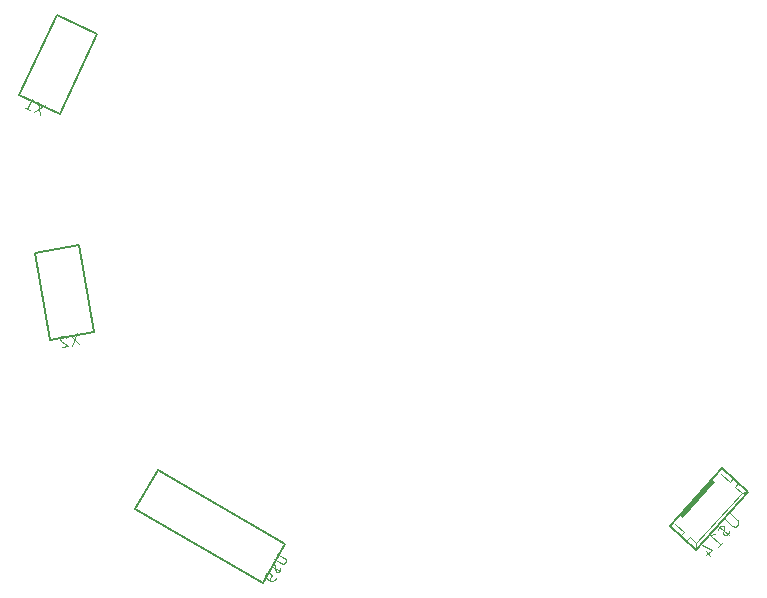
<source format=gbr>
G04 EAGLE Gerber RS-274X export*
G75*
%MOMM*%
%FSLAX34Y34*%
%LPD*%
%INSilkscreen Bottom*%
%IPPOS*%
%AMOC8*
5,1,8,0,0,1.08239X$1,22.5*%
G01*
%ADD10C,0.152400*%
%ADD11C,0.076200*%
%ADD12C,0.203200*%
%ADD13C,0.050800*%
%ADD14R,4.000000X0.375000*%
%ADD15C,0.101600*%


D10*
X221347Y670748D02*
X189651Y602775D01*
X224091Y586716D01*
X255787Y654689D01*
X221347Y670748D01*
D11*
X205946Y597073D02*
X207653Y585908D01*
X201975Y588556D02*
X211625Y594426D01*
X201982Y596618D02*
X200498Y599614D01*
X196527Y591096D01*
X198892Y589993D02*
X194161Y592200D01*
D10*
X287873Y252394D02*
X396127Y189894D01*
X415127Y222803D01*
X306873Y285303D01*
X287873Y252394D01*
D11*
X408287Y214393D02*
X414165Y211000D01*
X414251Y210948D01*
X414336Y210892D01*
X414418Y210833D01*
X414498Y210771D01*
X414576Y210706D01*
X414651Y210638D01*
X414723Y210567D01*
X414793Y210494D01*
X414859Y210417D01*
X414923Y210339D01*
X414983Y210257D01*
X415040Y210174D01*
X415094Y210088D01*
X415145Y210000D01*
X415192Y209911D01*
X415236Y209819D01*
X415276Y209726D01*
X415313Y209632D01*
X415345Y209536D01*
X415374Y209439D01*
X415400Y209341D01*
X415421Y209242D01*
X415439Y209142D01*
X415452Y209042D01*
X415462Y208941D01*
X415468Y208840D01*
X415470Y208739D01*
X415468Y208638D01*
X415462Y208537D01*
X415452Y208436D01*
X415439Y208336D01*
X415421Y208236D01*
X415400Y208137D01*
X415374Y208039D01*
X415345Y207942D01*
X415313Y207846D01*
X415276Y207752D01*
X415236Y207659D01*
X415192Y207567D01*
X415145Y207478D01*
X415094Y207390D01*
X415040Y207304D01*
X414983Y207221D01*
X414923Y207140D01*
X414859Y207061D01*
X414793Y206984D01*
X414723Y206911D01*
X414651Y206840D01*
X414576Y206772D01*
X414498Y206707D01*
X414418Y206645D01*
X414336Y206586D01*
X414251Y206530D01*
X414165Y206478D01*
X414076Y206429D01*
X413985Y206383D01*
X413893Y206342D01*
X413799Y206303D01*
X413704Y206269D01*
X413608Y206238D01*
X413510Y206211D01*
X413412Y206187D01*
X413312Y206168D01*
X413212Y206152D01*
X413112Y206140D01*
X413011Y206132D01*
X412910Y206128D01*
X412808Y206128D01*
X412707Y206132D01*
X412606Y206140D01*
X412506Y206152D01*
X412406Y206168D01*
X412306Y206187D01*
X412208Y206211D01*
X412110Y206238D01*
X412014Y206269D01*
X411919Y206303D01*
X411825Y206342D01*
X411733Y206383D01*
X411642Y206429D01*
X411554Y206478D01*
X405676Y209872D01*
X402562Y204478D02*
X410701Y199779D01*
X406631Y202128D02*
X406606Y203650D01*
X406603Y203727D01*
X406596Y203804D01*
X406585Y203880D01*
X406570Y203956D01*
X406552Y204031D01*
X406530Y204105D01*
X406505Y204177D01*
X406475Y204249D01*
X406443Y204318D01*
X406407Y204387D01*
X406368Y204453D01*
X406325Y204517D01*
X406279Y204579D01*
X406231Y204639D01*
X406179Y204696D01*
X406125Y204751D01*
X406068Y204803D01*
X406008Y204852D01*
X405947Y204898D01*
X405883Y204941D01*
X405817Y204980D01*
X405749Y205017D01*
X405679Y205050D01*
X405608Y205079D01*
X405535Y205105D01*
X405462Y205128D01*
X405387Y205146D01*
X405311Y205161D01*
X405235Y205173D01*
X405158Y205180D01*
X405081Y205184D01*
X405004Y205183D01*
X404927Y205179D01*
X404851Y205172D01*
X404775Y205160D01*
X404699Y205145D01*
X404624Y205126D01*
X404551Y205103D01*
X404478Y205077D01*
X404407Y205047D01*
X404338Y205014D01*
X404270Y204977D01*
X404204Y204937D01*
X404140Y204894D01*
X404079Y204848D01*
X404019Y204799D01*
X403963Y204746D01*
X403909Y204692D01*
X403857Y204634D01*
X403778Y204538D01*
X403702Y204440D01*
X403629Y204339D01*
X403559Y204236D01*
X403492Y204132D01*
X403428Y204025D01*
X403368Y203917D01*
X403310Y203806D01*
X403256Y203694D01*
X403206Y203581D01*
X403159Y203466D01*
X403115Y203349D01*
X403075Y203232D01*
X403038Y203113D01*
X403005Y202993D01*
X402976Y202872D01*
X402950Y202751D01*
X402928Y202628D01*
X402910Y202505D01*
X402895Y202382D01*
X402884Y202258D01*
X402877Y202134D01*
X402873Y202010D01*
X402874Y201886D01*
X406631Y202128D02*
X406657Y200606D01*
X406656Y200606D02*
X406659Y200529D01*
X406666Y200452D01*
X406677Y200376D01*
X406692Y200300D01*
X406710Y200225D01*
X406732Y200151D01*
X406757Y200079D01*
X406787Y200007D01*
X406819Y199937D01*
X406855Y199869D01*
X406894Y199803D01*
X406937Y199739D01*
X406983Y199677D01*
X407031Y199617D01*
X407083Y199560D01*
X407137Y199505D01*
X407194Y199453D01*
X407254Y199404D01*
X407315Y199358D01*
X407379Y199315D01*
X407445Y199276D01*
X407513Y199239D01*
X407583Y199206D01*
X407654Y199177D01*
X407727Y199151D01*
X407800Y199128D01*
X407875Y199110D01*
X407951Y199095D01*
X408027Y199083D01*
X408104Y199076D01*
X408181Y199072D01*
X408258Y199073D01*
X408335Y199077D01*
X408411Y199084D01*
X408487Y199096D01*
X408563Y199111D01*
X408638Y199130D01*
X408711Y199153D01*
X408784Y199179D01*
X408855Y199209D01*
X408924Y199242D01*
X408992Y199279D01*
X409058Y199319D01*
X409122Y199362D01*
X409183Y199408D01*
X409243Y199457D01*
X409299Y199510D01*
X409353Y199564D01*
X409405Y199622D01*
X409405Y199623D02*
X409484Y199719D01*
X409560Y199817D01*
X409633Y199917D01*
X409703Y200020D01*
X409770Y200125D01*
X409834Y200231D01*
X409895Y200340D01*
X409952Y200450D01*
X410006Y200562D01*
X410056Y200676D01*
X410103Y200791D01*
X410147Y200907D01*
X410187Y201025D01*
X410224Y201143D01*
X410257Y201263D01*
X410286Y201384D01*
X410312Y201506D01*
X410334Y201628D01*
X410352Y201751D01*
X410367Y201874D01*
X410378Y201998D01*
X410385Y202122D01*
X410389Y202246D01*
X410388Y202371D01*
X403077Y194928D02*
X401511Y192215D01*
X403077Y194928D02*
X403120Y195006D01*
X403159Y195085D01*
X403195Y195166D01*
X403228Y195249D01*
X403257Y195332D01*
X403282Y195417D01*
X403304Y195503D01*
X403322Y195590D01*
X403336Y195678D01*
X403347Y195766D01*
X403354Y195854D01*
X403357Y195942D01*
X403356Y196031D01*
X403352Y196120D01*
X403344Y196208D01*
X403332Y196296D01*
X403316Y196383D01*
X403297Y196469D01*
X403274Y196555D01*
X403247Y196640D01*
X403217Y196723D01*
X403184Y196805D01*
X403147Y196886D01*
X403106Y196964D01*
X403062Y197042D01*
X403015Y197117D01*
X402965Y197190D01*
X402912Y197261D01*
X402856Y197329D01*
X402797Y197395D01*
X402735Y197459D01*
X402671Y197520D01*
X402604Y197578D01*
X402534Y197633D01*
X402463Y197685D01*
X402389Y197734D01*
X402313Y197780D01*
X402313Y197781D02*
X401861Y198042D01*
X401772Y198091D01*
X401681Y198137D01*
X401589Y198178D01*
X401495Y198217D01*
X401400Y198251D01*
X401304Y198282D01*
X401206Y198309D01*
X401108Y198333D01*
X401008Y198352D01*
X400908Y198368D01*
X400808Y198380D01*
X400707Y198388D01*
X400606Y198392D01*
X400504Y198392D01*
X400403Y198388D01*
X400302Y198380D01*
X400202Y198368D01*
X400102Y198352D01*
X400002Y198333D01*
X399904Y198309D01*
X399806Y198282D01*
X399710Y198251D01*
X399615Y198217D01*
X399521Y198178D01*
X399429Y198137D01*
X399338Y198091D01*
X399250Y198042D01*
X399163Y197990D01*
X399078Y197934D01*
X398996Y197875D01*
X398916Y197813D01*
X398838Y197748D01*
X398763Y197680D01*
X398691Y197609D01*
X398621Y197536D01*
X398555Y197459D01*
X398491Y197381D01*
X398431Y197299D01*
X398374Y197216D01*
X398320Y197130D01*
X398269Y197042D01*
X398222Y196953D01*
X398178Y196861D01*
X398138Y196768D01*
X398101Y196674D01*
X398069Y196578D01*
X398040Y196481D01*
X398014Y196383D01*
X397993Y196284D01*
X397975Y196184D01*
X397962Y196084D01*
X397952Y195983D01*
X397946Y195882D01*
X397944Y195781D01*
X397946Y195680D01*
X397952Y195579D01*
X397962Y195478D01*
X397975Y195378D01*
X397993Y195278D01*
X398014Y195179D01*
X398040Y195081D01*
X398069Y194984D01*
X398101Y194888D01*
X398138Y194793D01*
X398178Y194701D01*
X398222Y194609D01*
X398269Y194520D01*
X398320Y194432D01*
X398374Y194346D01*
X398431Y194263D01*
X398491Y194181D01*
X398555Y194103D01*
X398621Y194026D01*
X398691Y193953D01*
X398763Y193882D01*
X398838Y193814D01*
X398916Y193749D01*
X398996Y193687D01*
X399078Y193628D01*
X399163Y193572D01*
X399250Y193520D01*
X401511Y192215D01*
X401510Y192215D02*
X401621Y192153D01*
X401733Y192095D01*
X401846Y192040D01*
X401962Y191989D01*
X402079Y191942D01*
X402197Y191897D01*
X402316Y191857D01*
X402437Y191820D01*
X402559Y191787D01*
X402681Y191757D01*
X402805Y191731D01*
X402929Y191709D01*
X403054Y191691D01*
X403179Y191676D01*
X403305Y191665D01*
X403431Y191658D01*
X403557Y191655D01*
X403683Y191656D01*
X403809Y191660D01*
X403935Y191669D01*
X404061Y191681D01*
X404186Y191696D01*
X404311Y191716D01*
X404435Y191739D01*
X404558Y191767D01*
X404680Y191797D01*
X404801Y191832D01*
X404922Y191870D01*
X405041Y191912D01*
X405159Y191957D01*
X405275Y192006D01*
X405390Y192058D01*
X405503Y192114D01*
X405614Y192173D01*
X405724Y192236D01*
X405831Y192302D01*
X405937Y192371D01*
X406041Y192443D01*
X406142Y192518D01*
X406241Y192596D01*
X406337Y192678D01*
X406431Y192762D01*
X406523Y192849D01*
X406611Y192939D01*
X406697Y193031D01*
X406781Y193126D01*
X406861Y193223D01*
X406938Y193323D01*
X407013Y193425D01*
X407084Y193529D01*
X407152Y193635D01*
X407216Y193744D01*
D12*
X740689Y238199D02*
X784517Y286875D01*
X806811Y266801D01*
X762983Y218125D01*
X740689Y238199D01*
D13*
X750145Y230021D02*
X752655Y232807D01*
X745223Y239499D01*
X791130Y275538D02*
X793639Y278325D01*
X791130Y275538D02*
X783698Y282230D01*
X757299Y228625D02*
X754790Y225839D01*
X795774Y271356D02*
X798284Y274143D01*
X757299Y228625D02*
X762873Y223607D01*
X801348Y266338D01*
X795774Y271356D01*
X801348Y266338D02*
X804879Y266523D01*
X762873Y223607D02*
X763058Y220076D01*
D14*
G36*
X778772Y274890D02*
X752007Y245165D01*
X749220Y247674D01*
X775985Y277399D01*
X778772Y274890D01*
G37*
D15*
X791294Y248808D02*
X797565Y243162D01*
X797566Y243162D02*
X797649Y243085D01*
X797729Y243005D01*
X797806Y242922D01*
X797881Y242836D01*
X797952Y242748D01*
X798020Y242658D01*
X798085Y242565D01*
X798147Y242470D01*
X798205Y242373D01*
X798260Y242274D01*
X798311Y242173D01*
X798359Y242070D01*
X798404Y241966D01*
X798444Y241860D01*
X798481Y241753D01*
X798514Y241645D01*
X798544Y241535D01*
X798569Y241425D01*
X798591Y241314D01*
X798608Y241202D01*
X798622Y241089D01*
X798632Y240976D01*
X798638Y240863D01*
X798640Y240750D01*
X798638Y240637D01*
X798632Y240524D01*
X798622Y240411D01*
X798608Y240298D01*
X798591Y240186D01*
X798569Y240075D01*
X798544Y239965D01*
X798514Y239855D01*
X798481Y239747D01*
X798444Y239640D01*
X798404Y239534D01*
X798359Y239430D01*
X798311Y239327D01*
X798260Y239226D01*
X798205Y239127D01*
X798147Y239030D01*
X798085Y238935D01*
X798020Y238842D01*
X797952Y238752D01*
X797881Y238664D01*
X797806Y238578D01*
X797729Y238495D01*
X797649Y238415D01*
X797566Y238338D01*
X797480Y238263D01*
X797392Y238192D01*
X797302Y238124D01*
X797209Y238059D01*
X797114Y237997D01*
X797017Y237939D01*
X796918Y237884D01*
X796817Y237833D01*
X796714Y237785D01*
X796610Y237740D01*
X796504Y237700D01*
X796397Y237663D01*
X796289Y237630D01*
X796179Y237600D01*
X796069Y237575D01*
X795958Y237553D01*
X795846Y237536D01*
X795733Y237522D01*
X795620Y237512D01*
X795507Y237506D01*
X795394Y237504D01*
X795281Y237506D01*
X795168Y237512D01*
X795055Y237522D01*
X794942Y237536D01*
X794830Y237553D01*
X794719Y237575D01*
X794609Y237600D01*
X794499Y237630D01*
X794391Y237663D01*
X794284Y237700D01*
X794178Y237740D01*
X794074Y237785D01*
X793971Y237833D01*
X793870Y237884D01*
X793771Y237939D01*
X793674Y237997D01*
X793579Y238059D01*
X793486Y238124D01*
X793396Y238192D01*
X793308Y238263D01*
X793222Y238338D01*
X786951Y243985D01*
X781729Y238186D02*
X790412Y230367D01*
X786071Y234277D02*
X786433Y236134D01*
X786448Y236219D01*
X786459Y236306D01*
X786466Y236392D01*
X786469Y236479D01*
X786468Y236566D01*
X786463Y236653D01*
X786455Y236739D01*
X786442Y236825D01*
X786426Y236911D01*
X786406Y236995D01*
X786382Y237079D01*
X786355Y237161D01*
X786323Y237242D01*
X786288Y237322D01*
X786250Y237400D01*
X786208Y237476D01*
X786163Y237550D01*
X786115Y237622D01*
X786063Y237692D01*
X786008Y237760D01*
X785951Y237825D01*
X785890Y237887D01*
X785827Y237947D01*
X785761Y238003D01*
X785692Y238057D01*
X785622Y238108D01*
X785549Y238155D01*
X785474Y238199D01*
X785397Y238239D01*
X785318Y238276D01*
X785238Y238310D01*
X785157Y238340D01*
X785074Y238366D01*
X784990Y238389D01*
X784905Y238407D01*
X784819Y238422D01*
X784733Y238433D01*
X784647Y238440D01*
X784560Y238444D01*
X784473Y238443D01*
X784386Y238439D01*
X784299Y238430D01*
X784213Y238418D01*
X784128Y238402D01*
X784043Y238382D01*
X783960Y238358D01*
X783877Y238331D01*
X783796Y238300D01*
X783717Y238265D01*
X783638Y238227D01*
X783562Y238185D01*
X783488Y238140D01*
X783416Y238092D01*
X783346Y238040D01*
X783346Y238041D02*
X783234Y237953D01*
X783125Y237861D01*
X783018Y237766D01*
X782914Y237668D01*
X782813Y237568D01*
X782715Y237465D01*
X782619Y237359D01*
X782527Y237250D01*
X782437Y237139D01*
X782351Y237025D01*
X782268Y236910D01*
X782188Y236791D01*
X782111Y236671D01*
X782038Y236549D01*
X781968Y236424D01*
X781902Y236298D01*
X781839Y236170D01*
X781780Y236040D01*
X781724Y235909D01*
X781672Y235776D01*
X781624Y235642D01*
X781579Y235506D01*
X781538Y235370D01*
X781501Y235232D01*
X781468Y235093D01*
X781439Y234954D01*
X786071Y234277D02*
X785709Y232419D01*
X785694Y232334D01*
X785683Y232247D01*
X785676Y232161D01*
X785673Y232074D01*
X785674Y231987D01*
X785679Y231900D01*
X785687Y231814D01*
X785700Y231728D01*
X785716Y231642D01*
X785736Y231558D01*
X785760Y231474D01*
X785787Y231392D01*
X785819Y231311D01*
X785854Y231231D01*
X785892Y231153D01*
X785934Y231077D01*
X785979Y231003D01*
X786027Y230931D01*
X786079Y230861D01*
X786134Y230793D01*
X786192Y230728D01*
X786252Y230666D01*
X786315Y230606D01*
X786381Y230550D01*
X786450Y230496D01*
X786520Y230445D01*
X786593Y230398D01*
X786668Y230354D01*
X786745Y230314D01*
X786824Y230276D01*
X786904Y230243D01*
X786985Y230213D01*
X787068Y230187D01*
X787152Y230164D01*
X787237Y230146D01*
X787323Y230131D01*
X787409Y230120D01*
X787496Y230113D01*
X787582Y230109D01*
X787669Y230110D01*
X787756Y230114D01*
X787843Y230123D01*
X787929Y230135D01*
X788014Y230151D01*
X788099Y230171D01*
X788182Y230195D01*
X788265Y230222D01*
X788346Y230253D01*
X788426Y230288D01*
X788504Y230326D01*
X788580Y230368D01*
X788654Y230413D01*
X788726Y230461D01*
X788796Y230513D01*
X788908Y230602D01*
X789017Y230693D01*
X789124Y230788D01*
X789228Y230886D01*
X789329Y230986D01*
X789427Y231089D01*
X789523Y231195D01*
X789615Y231304D01*
X789705Y231415D01*
X789791Y231529D01*
X789874Y231644D01*
X789954Y231763D01*
X790031Y231883D01*
X790104Y232005D01*
X790174Y232130D01*
X790240Y232256D01*
X790303Y232384D01*
X790362Y232514D01*
X790418Y232645D01*
X790470Y232778D01*
X790518Y232912D01*
X790563Y233048D01*
X790604Y233184D01*
X790641Y233322D01*
X790674Y233461D01*
X790703Y233600D01*
X778692Y230932D02*
X774591Y230258D01*
X783274Y222440D01*
X785446Y224851D02*
X781102Y220028D01*
X775868Y218095D02*
X767377Y222246D01*
X775868Y218095D02*
X771525Y213271D01*
X774757Y212981D02*
X770898Y216455D01*
D10*
X215755Y395291D02*
X202731Y469152D01*
X215755Y395291D02*
X253178Y401890D01*
X240154Y475751D01*
X202731Y469152D01*
D11*
X232374Y399967D02*
X240176Y391800D01*
X234006Y390712D02*
X238544Y401055D01*
X226197Y398877D02*
X226104Y398859D01*
X226012Y398837D01*
X225921Y398811D01*
X225831Y398782D01*
X225743Y398749D01*
X225655Y398712D01*
X225570Y398673D01*
X225486Y398629D01*
X225403Y398582D01*
X225323Y398532D01*
X225245Y398479D01*
X225169Y398423D01*
X225095Y398363D01*
X225024Y398301D01*
X224955Y398236D01*
X224889Y398168D01*
X224826Y398098D01*
X224766Y398025D01*
X224708Y397950D01*
X224654Y397872D01*
X224603Y397793D01*
X224555Y397711D01*
X224511Y397628D01*
X224469Y397542D01*
X224432Y397456D01*
X224398Y397367D01*
X224367Y397278D01*
X224340Y397187D01*
X224317Y397095D01*
X224297Y397003D01*
X224282Y396910D01*
X224270Y396816D01*
X224261Y396722D01*
X224257Y396627D01*
X224256Y396532D01*
X224259Y396438D01*
X224266Y396344D01*
X224277Y396250D01*
X224292Y396156D01*
X226197Y398877D02*
X226304Y398894D01*
X226412Y398907D01*
X226520Y398916D01*
X226628Y398922D01*
X226736Y398923D01*
X226845Y398920D01*
X226953Y398914D01*
X227061Y398904D01*
X227169Y398890D01*
X227276Y398872D01*
X227382Y398850D01*
X227487Y398824D01*
X227591Y398795D01*
X227695Y398762D01*
X227797Y398725D01*
X227897Y398684D01*
X227996Y398640D01*
X228094Y398593D01*
X228189Y398542D01*
X228283Y398487D01*
X228375Y398429D01*
X228465Y398368D01*
X228552Y398304D01*
X228637Y398237D01*
X228720Y398166D01*
X228799Y398093D01*
X228877Y398017D01*
X228951Y397938D01*
X229023Y397857D01*
X229091Y397773D01*
X229157Y397687D01*
X229219Y397598D01*
X229279Y397507D01*
X229335Y397414D01*
X229387Y397319D01*
X225379Y394492D02*
X225299Y394547D01*
X225221Y394606D01*
X225146Y394667D01*
X225073Y394731D01*
X225002Y394798D01*
X224934Y394868D01*
X224869Y394940D01*
X224807Y395015D01*
X224747Y395092D01*
X224691Y395172D01*
X224638Y395253D01*
X224588Y395336D01*
X224541Y395422D01*
X224497Y395509D01*
X224457Y395597D01*
X224420Y395688D01*
X224387Y395779D01*
X224358Y395872D01*
X224331Y395966D01*
X224309Y396060D01*
X224290Y396156D01*
X225380Y394492D02*
X230657Y390121D01*
X225515Y389215D01*
M02*

</source>
